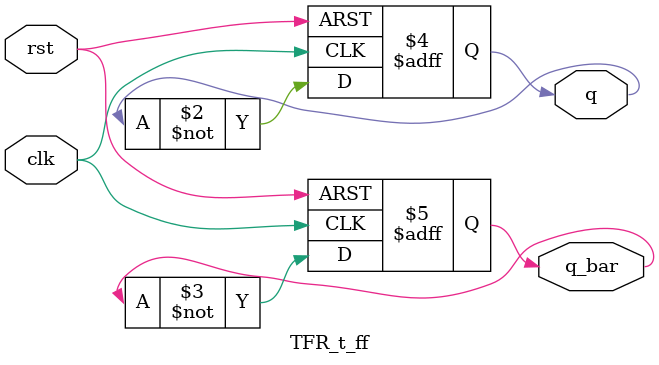
<source format=v>
module TFR_t_ff(
				input clk,
				input rst,
				output reg q,
				output reg q_bar
				);

always @(posedge clk or posedge rst)
begin
	if(rst)
	begin
		q <= 0;
		q_bar <= 1;  	
	end
	else
	begin
		q <= ~q;
		q_bar <= ~q_bar;
	end
end

endmodule
</source>
